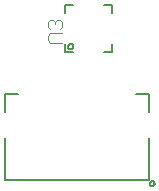
<source format=gbo>
G75*
%MOIN*%
%OFA0B0*%
%FSLAX25Y25*%
%IPPOS*%
%LPD*%
%AMOC8*
5,1,8,0,0,1.08239X$1,22.5*
%
%ADD10C,0.00500*%
%ADD11C,0.00400*%
D10*
X0012762Y0039927D02*
X0060793Y0039927D01*
X0060793Y0053707D01*
X0060793Y0062368D02*
X0060793Y0068667D01*
X0056463Y0068667D01*
X0048589Y0082447D02*
X0048589Y0085203D01*
X0048589Y0082447D02*
X0045833Y0082447D01*
X0048589Y0095439D02*
X0048589Y0098195D01*
X0045833Y0098195D01*
X0035596Y0098195D02*
X0032841Y0098195D01*
X0032841Y0095439D01*
X0032841Y0085203D02*
X0032841Y0082447D01*
X0035596Y0082447D01*
X0033929Y0084415D02*
X0033931Y0084474D01*
X0033937Y0084532D01*
X0033947Y0084590D01*
X0033960Y0084647D01*
X0033978Y0084704D01*
X0033999Y0084759D01*
X0034024Y0084812D01*
X0034052Y0084863D01*
X0034083Y0084913D01*
X0034118Y0084960D01*
X0034156Y0085005D01*
X0034197Y0085048D01*
X0034241Y0085087D01*
X0034287Y0085123D01*
X0034335Y0085157D01*
X0034386Y0085187D01*
X0034439Y0085213D01*
X0034493Y0085236D01*
X0034548Y0085255D01*
X0034605Y0085271D01*
X0034663Y0085283D01*
X0034721Y0085291D01*
X0034780Y0085295D01*
X0034838Y0085295D01*
X0034897Y0085291D01*
X0034955Y0085283D01*
X0035013Y0085271D01*
X0035070Y0085255D01*
X0035125Y0085236D01*
X0035179Y0085213D01*
X0035232Y0085187D01*
X0035283Y0085157D01*
X0035331Y0085123D01*
X0035377Y0085087D01*
X0035421Y0085048D01*
X0035462Y0085005D01*
X0035500Y0084960D01*
X0035535Y0084913D01*
X0035566Y0084863D01*
X0035594Y0084812D01*
X0035619Y0084759D01*
X0035640Y0084704D01*
X0035658Y0084647D01*
X0035671Y0084590D01*
X0035681Y0084532D01*
X0035687Y0084474D01*
X0035689Y0084415D01*
X0035687Y0084356D01*
X0035681Y0084298D01*
X0035671Y0084240D01*
X0035658Y0084183D01*
X0035640Y0084126D01*
X0035619Y0084071D01*
X0035594Y0084018D01*
X0035566Y0083967D01*
X0035535Y0083917D01*
X0035500Y0083870D01*
X0035462Y0083825D01*
X0035421Y0083782D01*
X0035377Y0083743D01*
X0035331Y0083707D01*
X0035283Y0083673D01*
X0035232Y0083643D01*
X0035179Y0083617D01*
X0035125Y0083594D01*
X0035070Y0083575D01*
X0035013Y0083559D01*
X0034955Y0083547D01*
X0034897Y0083539D01*
X0034838Y0083535D01*
X0034780Y0083535D01*
X0034721Y0083539D01*
X0034663Y0083547D01*
X0034605Y0083559D01*
X0034548Y0083575D01*
X0034493Y0083594D01*
X0034439Y0083617D01*
X0034386Y0083643D01*
X0034335Y0083673D01*
X0034287Y0083707D01*
X0034241Y0083743D01*
X0034197Y0083782D01*
X0034156Y0083825D01*
X0034118Y0083870D01*
X0034083Y0083917D01*
X0034052Y0083967D01*
X0034024Y0084018D01*
X0033999Y0084071D01*
X0033978Y0084126D01*
X0033960Y0084183D01*
X0033947Y0084240D01*
X0033937Y0084298D01*
X0033931Y0084356D01*
X0033929Y0084415D01*
X0017093Y0068667D02*
X0012762Y0068667D01*
X0012762Y0062368D01*
X0012762Y0053707D02*
X0012762Y0039927D01*
X0061187Y0038746D02*
X0061189Y0038802D01*
X0061195Y0038857D01*
X0061205Y0038911D01*
X0061218Y0038965D01*
X0061236Y0039018D01*
X0061257Y0039069D01*
X0061281Y0039119D01*
X0061309Y0039167D01*
X0061341Y0039213D01*
X0061375Y0039257D01*
X0061413Y0039298D01*
X0061453Y0039336D01*
X0061496Y0039371D01*
X0061541Y0039403D01*
X0061589Y0039432D01*
X0061638Y0039458D01*
X0061689Y0039480D01*
X0061741Y0039498D01*
X0061795Y0039512D01*
X0061850Y0039523D01*
X0061905Y0039530D01*
X0061960Y0039533D01*
X0062016Y0039532D01*
X0062071Y0039527D01*
X0062126Y0039518D01*
X0062180Y0039506D01*
X0062233Y0039489D01*
X0062285Y0039469D01*
X0062335Y0039445D01*
X0062383Y0039418D01*
X0062430Y0039388D01*
X0062474Y0039354D01*
X0062516Y0039317D01*
X0062554Y0039277D01*
X0062591Y0039235D01*
X0062624Y0039190D01*
X0062653Y0039144D01*
X0062680Y0039095D01*
X0062702Y0039044D01*
X0062722Y0038992D01*
X0062737Y0038938D01*
X0062749Y0038884D01*
X0062757Y0038829D01*
X0062761Y0038774D01*
X0062761Y0038718D01*
X0062757Y0038663D01*
X0062749Y0038608D01*
X0062737Y0038554D01*
X0062722Y0038500D01*
X0062702Y0038448D01*
X0062680Y0038397D01*
X0062653Y0038348D01*
X0062624Y0038302D01*
X0062591Y0038257D01*
X0062554Y0038215D01*
X0062516Y0038175D01*
X0062474Y0038138D01*
X0062430Y0038104D01*
X0062383Y0038074D01*
X0062335Y0038047D01*
X0062285Y0038023D01*
X0062233Y0038003D01*
X0062180Y0037986D01*
X0062126Y0037974D01*
X0062071Y0037965D01*
X0062016Y0037960D01*
X0061960Y0037959D01*
X0061905Y0037962D01*
X0061850Y0037969D01*
X0061795Y0037980D01*
X0061741Y0037994D01*
X0061689Y0038012D01*
X0061638Y0038034D01*
X0061589Y0038060D01*
X0061541Y0038089D01*
X0061496Y0038121D01*
X0061453Y0038156D01*
X0061413Y0038194D01*
X0061375Y0038235D01*
X0061341Y0038279D01*
X0061309Y0038325D01*
X0061281Y0038373D01*
X0061257Y0038423D01*
X0061236Y0038474D01*
X0061218Y0038527D01*
X0061205Y0038581D01*
X0061195Y0038635D01*
X0061189Y0038690D01*
X0061187Y0038746D01*
D11*
X0031857Y0085644D02*
X0028020Y0085644D01*
X0027253Y0086411D01*
X0027253Y0087946D01*
X0028020Y0088713D01*
X0031857Y0088713D01*
X0031090Y0090248D02*
X0031857Y0091015D01*
X0031857Y0092550D01*
X0031090Y0093317D01*
X0030322Y0093317D01*
X0029555Y0092550D01*
X0028788Y0093317D01*
X0028020Y0093317D01*
X0027253Y0092550D01*
X0027253Y0091015D01*
X0028020Y0090248D01*
X0029555Y0091782D02*
X0029555Y0092550D01*
M02*

</source>
